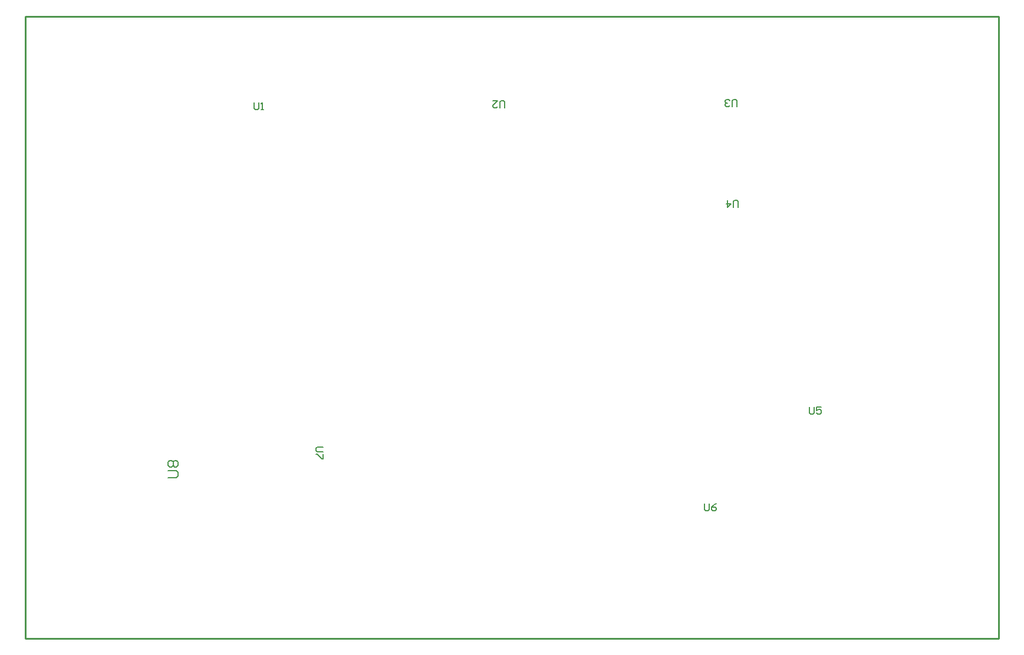
<source format=gm1>
G04*
G04 #@! TF.GenerationSoftware,Altium Limited,Altium Designer,22.7.1 (60)*
G04*
G04 Layer_Color=16711935*
%FSLAX25Y25*%
%MOIN*%
G70*
G04*
G04 #@! TF.SameCoordinates,62B07443-8612-450D-B8CB-4F7C4A51FEE5*
G04*
G04*
G04 #@! TF.FilePolarity,Positive*
G04*
G01*
G75*
%ADD11C,0.00787*%
%ADD15C,0.01000*%
%ADD46C,0.00700*%
D11*
X81096Y91500D02*
X86016D01*
X87000Y92484D01*
Y94452D01*
X86016Y95436D01*
X81096D01*
X82080Y97404D02*
X81096Y98387D01*
Y100355D01*
X82080Y101339D01*
X83064D01*
X84048Y100355D01*
X85032Y101339D01*
X86016D01*
X87000Y100355D01*
Y98387D01*
X86016Y97404D01*
X85032D01*
X84048Y98387D01*
X83064Y97404D01*
X82080D01*
X84048Y98387D02*
Y100355D01*
D15*
X500Y500D02*
X551000D01*
X500Y352500D02*
X551000D01*
Y500D02*
Y352500D01*
X500Y500D02*
Y352500D01*
D46*
X130000Y303999D02*
Y300666D01*
X130666Y300000D01*
X131999D01*
X132666Y300666D01*
Y303999D01*
X133999Y300000D02*
X135332D01*
X134665D01*
Y303999D01*
X133999Y303332D01*
X403000Y301501D02*
Y304834D01*
X402334Y305500D01*
X401001D01*
X400334Y304834D01*
Y301501D01*
X399001Y302168D02*
X398335Y301501D01*
X397002D01*
X396336Y302168D01*
Y302834D01*
X397002Y303501D01*
X397668D01*
X397002D01*
X396336Y304167D01*
Y304834D01*
X397002Y305500D01*
X398335D01*
X399001Y304834D01*
X271500Y301001D02*
Y304334D01*
X270834Y305000D01*
X269501D01*
X268834Y304334D01*
Y301001D01*
X264836Y305000D02*
X267501D01*
X264836Y302334D01*
Y301668D01*
X265502Y301001D01*
X266835D01*
X267501Y301668D01*
X403500Y244501D02*
Y247834D01*
X402834Y248500D01*
X401501D01*
X400834Y247834D01*
Y244501D01*
X397502Y248500D02*
Y244501D01*
X399501Y246501D01*
X396835D01*
X384500Y76999D02*
Y73666D01*
X385166Y73000D01*
X386499D01*
X387166Y73666D01*
Y76999D01*
X391164D02*
X389832Y76332D01*
X388499Y74999D01*
Y73666D01*
X389165Y73000D01*
X390498D01*
X391164Y73666D01*
Y74333D01*
X390498Y74999D01*
X388499D01*
X168999Y109000D02*
X165666D01*
X165000Y108334D01*
Y107001D01*
X165666Y106334D01*
X168999D01*
Y105001D02*
Y102336D01*
X168332D01*
X165666Y105001D01*
X165000D01*
X444000Y131499D02*
Y128166D01*
X444666Y127500D01*
X445999D01*
X446666Y128166D01*
Y131499D01*
X450665D02*
X447999D01*
Y129499D01*
X449332Y130166D01*
X449998D01*
X450665Y129499D01*
Y128166D01*
X449998Y127500D01*
X448665D01*
X447999Y128166D01*
M02*

</source>
